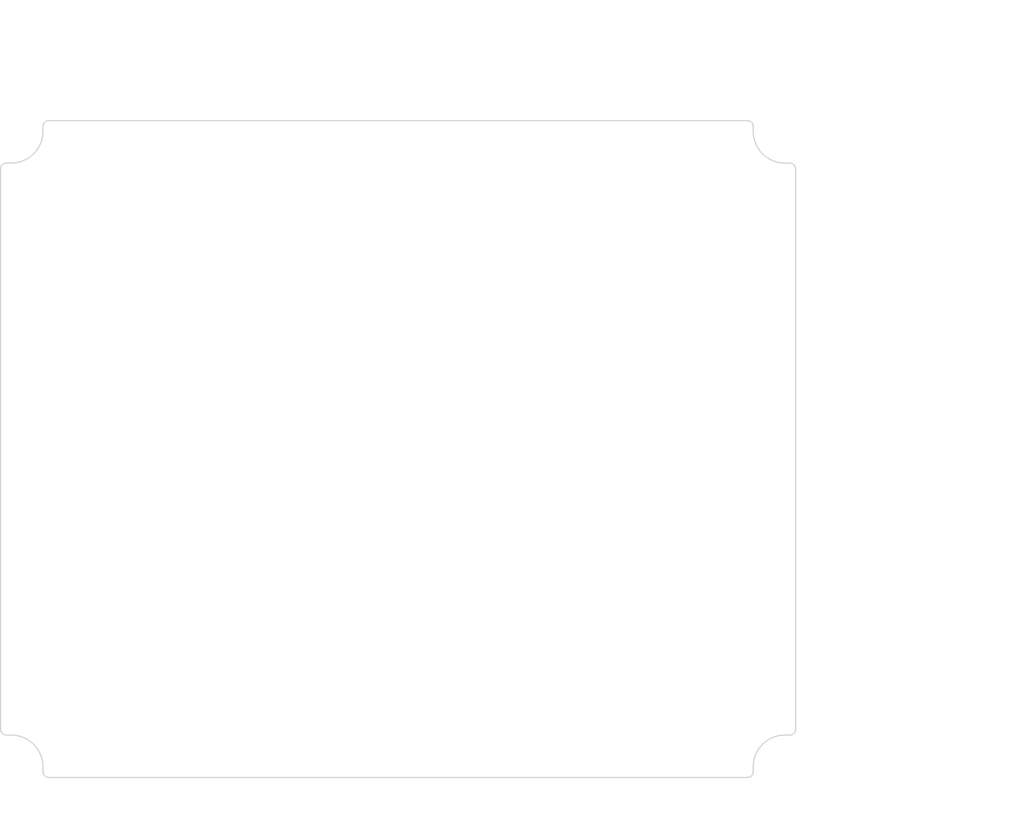
<source format=kicad_pcb>
(kicad_pcb (version 20171130) (host pcbnew "(5.1.0)-1")

  (general
    (thickness 1.6)
    (drawings 89)
    (tracks 0)
    (zones 0)
    (modules 0)
    (nets 1)
  )

  (page A4)
  (layers
    (0 F.Cu signal)
    (31 B.Cu signal)
    (32 B.Adhes user)
    (33 F.Adhes user)
    (34 B.Paste user)
    (35 F.Paste user)
    (36 B.SilkS user)
    (37 F.SilkS user)
    (38 B.Mask user)
    (39 F.Mask user)
    (40 Dwgs.User user)
    (41 Cmts.User user)
    (42 Eco1.User user)
    (43 Eco2.User user)
    (44 Edge.Cuts user)
    (45 Margin user)
    (46 B.CrtYd user)
    (47 F.CrtYd user)
    (48 B.Fab user)
    (49 F.Fab user)
  )

  (setup
    (last_trace_width 0.25)
    (trace_clearance 0.2)
    (zone_clearance 0.508)
    (zone_45_only no)
    (trace_min 0.2)
    (via_size 0.8)
    (via_drill 0.4)
    (via_min_size 0.4)
    (via_min_drill 0.3)
    (uvia_size 0.3)
    (uvia_drill 0.1)
    (uvias_allowed no)
    (uvia_min_size 0.2)
    (uvia_min_drill 0.1)
    (edge_width 0.05)
    (segment_width 0.2)
    (pcb_text_width 0.3)
    (pcb_text_size 1.5 1.5)
    (mod_edge_width 0.12)
    (mod_text_size 1 1)
    (mod_text_width 0.15)
    (pad_size 1.524 1.524)
    (pad_drill 0.762)
    (pad_to_mask_clearance 0.051)
    (solder_mask_min_width 0.25)
    (aux_axis_origin 0 0)
    (visible_elements FFFFFF7F)
    (pcbplotparams
      (layerselection 0x010fc_ffffffff)
      (usegerberextensions false)
      (usegerberattributes false)
      (usegerberadvancedattributes false)
      (creategerberjobfile false)
      (excludeedgelayer true)
      (linewidth 0.152400)
      (plotframeref false)
      (viasonmask false)
      (mode 1)
      (useauxorigin false)
      (hpglpennumber 1)
      (hpglpenspeed 20)
      (hpglpendiameter 15.000000)
      (psnegative false)
      (psa4output false)
      (plotreference true)
      (plotvalue true)
      (plotinvisibletext false)
      (padsonsilk false)
      (subtractmaskfromsilk false)
      (outputformat 1)
      (mirror false)
      (drillshape 1)
      (scaleselection 1)
      (outputdirectory ""))
  )

  (net 0 "")

  (net_class Default "This is the default net class."
    (clearance 0.2)
    (trace_width 0.25)
    (via_dia 0.8)
    (via_drill 0.4)
    (uvia_dia 0.3)
    (uvia_drill 0.1)
  )

  (gr_curve (pts (xy 69.943342 148.370586) (xy 70.218714 149.035528) (xy 70.361787 149.754898) (xy 70.361787 150.474908)) (layer Edge.Cuts) (width 0.2))
  (gr_curve (pts (xy 68.751655 146.586925) (xy 69.260513 147.095784) (xy 69.667969 147.705645) (xy 69.943342 148.370586)) (layer Edge.Cuts) (width 0.2))
  (gr_curve (pts (xy 66.967994 145.395239) (xy 67.632936 145.670611) (xy 68.242797 146.078067) (xy 68.751655 146.586925)) (layer Edge.Cuts) (width 0.2))
  (gr_curve (pts (xy 64.863672 144.976793) (xy 65.583683 144.976793) (xy 66.303053 145.119866) (xy 66.967994 145.395239)) (layer Edge.Cuts) (width 0.2))
  (gr_line (start 70.361787 150.474908) (end 70.361787 151.327136) (layer Edge.Cuts) (width 0.2))
  (gr_curve (pts (xy 70.97884 152.250712) (xy 71.099739 152.30078) (xy 71.230533 152.326793) (xy 71.361444 152.326793)) (layer Edge.Cuts) (width 0.2))
  (gr_curve (pts (xy 70.654538 152.034042) (xy 70.747058 152.126562) (xy 70.857942 152.200644) (xy 70.97884 152.250712)) (layer Edge.Cuts) (width 0.2))
  (gr_curve (pts (xy 70.437868 151.70974) (xy 70.487936 151.830638) (xy 70.562019 151.941522) (xy 70.654538 152.034042)) (layer Edge.Cuts) (width 0.2))
  (gr_curve (pts (xy 70.361787 151.327136) (xy 70.361787 151.458047) (xy 70.3878 151.588841) (xy 70.437868 151.70974)) (layer Edge.Cuts) (width 0.2))
  (gr_line (start 71.361444 152.326793) (end 192.662321 152.326793) (layer Edge.Cuts) (width 0.2))
  (gr_curve (pts (xy 193.585897 151.70974) (xy 193.635965 151.588841) (xy 193.661978 151.458047) (xy 193.661978 151.327136)) (layer Edge.Cuts) (width 0.2))
  (gr_curve (pts (xy 193.369227 152.034042) (xy 193.461746 151.941522) (xy 193.535829 151.830638) (xy 193.585897 151.70974)) (layer Edge.Cuts) (width 0.2))
  (gr_curve (pts (xy 193.044925 152.250712) (xy 193.165823 152.200644) (xy 193.276707 152.126562) (xy 193.369227 152.034042)) (layer Edge.Cuts) (width 0.2))
  (gr_curve (pts (xy 192.662321 152.326793) (xy 192.793232 152.326793) (xy 192.924026 152.30078) (xy 193.044925 152.250712)) (layer Edge.Cuts) (width 0.2))
  (gr_line (start 193.661978 151.327136) (end 193.661978 150.474908) (layer Edge.Cuts) (width 0.2))
  (gr_arc (start 199.160093 150.474908) (end 199.160093 144.976793) (angle -90) (layer Edge.Cuts) (width 0.2))
  (gr_line (start 199.160093 144.976793) (end 200.012321 144.976793) (layer Edge.Cuts) (width 0.2))
  (gr_curve (pts (xy 200.935897 144.35974) (xy 200.985965 144.238841) (xy 201.011978 144.108047) (xy 201.011978 143.977136)) (layer Edge.Cuts) (width 0.2))
  (gr_curve (pts (xy 200.719227 144.684042) (xy 200.811746 144.591522) (xy 200.885829 144.480638) (xy 200.935897 144.35974)) (layer Edge.Cuts) (width 0.2))
  (gr_curve (pts (xy 200.394925 144.900712) (xy 200.515823 144.850644) (xy 200.626707 144.776562) (xy 200.719227 144.684042)) (layer Edge.Cuts) (width 0.2))
  (gr_curve (pts (xy 200.012321 144.976793) (xy 200.143232 144.976793) (xy 200.274026 144.95078) (xy 200.394925 144.900712)) (layer Edge.Cuts) (width 0.2))
  (gr_line (start 201.011978 143.977136) (end 201.011978 46.67626) (layer Edge.Cuts) (width 0.2))
  (gr_curve (pts (xy 200.394925 45.752683) (xy 200.274026 45.702616) (xy 200.143232 45.676602) (xy 200.012321 45.676602)) (layer Edge.Cuts) (width 0.2))
  (gr_curve (pts (xy 200.719227 45.969354) (xy 200.626707 45.876834) (xy 200.515823 45.802751) (xy 200.394925 45.752683)) (layer Edge.Cuts) (width 0.2))
  (gr_curve (pts (xy 200.935897 46.293656) (xy 200.885829 46.172757) (xy 200.811746 46.061873) (xy 200.719227 45.969354)) (layer Edge.Cuts) (width 0.2))
  (gr_curve (pts (xy 201.011978 46.67626) (xy 201.011978 46.545349) (xy 200.985965 46.414554) (xy 200.935897 46.293656)) (layer Edge.Cuts) (width 0.2))
  (gr_line (start 200.012321 45.676602) (end 199.160093 45.676602) (layer Edge.Cuts) (width 0.2))
  (gr_curve (pts (xy 194.080423 42.282809) (xy 193.805051 41.617868) (xy 193.661978 40.898498) (xy 193.661978 40.178487)) (layer Edge.Cuts) (width 0.2))
  (gr_curve (pts (xy 195.27211 44.06647) (xy 194.763252 43.557612) (xy 194.355796 42.947751) (xy 194.080423 42.282809)) (layer Edge.Cuts) (width 0.2))
  (gr_curve (pts (xy 197.055771 45.258157) (xy 196.390829 44.982784) (xy 195.780968 44.575328) (xy 195.27211 44.06647)) (layer Edge.Cuts) (width 0.2))
  (gr_curve (pts (xy 199.160093 45.676602) (xy 198.440083 45.676602) (xy 197.720713 45.533529) (xy 197.055771 45.258157)) (layer Edge.Cuts) (width 0.2))
  (gr_line (start 193.661978 40.178487) (end 193.661978 39.32626) (layer Edge.Cuts) (width 0.2))
  (gr_curve (pts (xy 193.044925 38.402683) (xy 192.924026 38.352616) (xy 192.793232 38.326602) (xy 192.662321 38.326602)) (layer Edge.Cuts) (width 0.2))
  (gr_curve (pts (xy 193.369227 38.619354) (xy 193.276707 38.526834) (xy 193.165823 38.452751) (xy 193.044925 38.402683)) (layer Edge.Cuts) (width 0.2))
  (gr_curve (pts (xy 193.585897 38.943656) (xy 193.535829 38.822757) (xy 193.461746 38.711873) (xy 193.369227 38.619354)) (layer Edge.Cuts) (width 0.2))
  (gr_curve (pts (xy 193.661978 39.32626) (xy 193.661978 39.195349) (xy 193.635965 39.064554) (xy 193.585897 38.943656)) (layer Edge.Cuts) (width 0.2))
  (gr_line (start 192.662321 38.326602) (end 71.361444 38.326602) (layer Edge.Cuts) (width 0.2))
  (gr_curve (pts (xy 70.437868 38.943656) (xy 70.3878 39.064554) (xy 70.361787 39.195349) (xy 70.361787 39.32626)) (layer Edge.Cuts) (width 0.2))
  (gr_curve (pts (xy 70.654538 38.619354) (xy 70.562019 38.711873) (xy 70.487936 38.822757) (xy 70.437868 38.943656)) (layer Edge.Cuts) (width 0.2))
  (gr_curve (pts (xy 70.97884 38.402683) (xy 70.857942 38.452751) (xy 70.747058 38.526834) (xy 70.654538 38.619354)) (layer Edge.Cuts) (width 0.2))
  (gr_curve (pts (xy 71.361444 38.326602) (xy 71.230533 38.326602) (xy 71.099739 38.352616) (xy 70.97884 38.402683)) (layer Edge.Cuts) (width 0.2))
  (gr_line (start 70.361787 39.32626) (end 70.361787 40.178487) (layer Edge.Cuts) (width 0.2))
  (gr_curve (pts (xy 66.967994 45.258157) (xy 66.303053 45.533529) (xy 65.583683 45.676602) (xy 64.863672 45.676602)) (layer Edge.Cuts) (width 0.2))
  (gr_curve (pts (xy 68.751655 44.06647) (xy 68.242797 44.575328) (xy 67.632936 44.982784) (xy 66.967994 45.258157)) (layer Edge.Cuts) (width 0.2))
  (gr_curve (pts (xy 69.943342 42.282809) (xy 69.667969 42.947751) (xy 69.260513 43.557612) (xy 68.751655 44.06647)) (layer Edge.Cuts) (width 0.2))
  (gr_curve (pts (xy 70.361787 40.178487) (xy 70.361787 40.898498) (xy 70.218714 41.617868) (xy 69.943342 42.282809)) (layer Edge.Cuts) (width 0.2))
  (gr_line (start 64.863672 45.676602) (end 64.011444 45.676602) (layer Edge.Cuts) (width 0.2))
  (gr_curve (pts (xy 63.087868 46.293656) (xy 63.0378 46.414554) (xy 63.011787 46.545349) (xy 63.011787 46.67626)) (layer Edge.Cuts) (width 0.2))
  (gr_curve (pts (xy 63.304538 45.969354) (xy 63.212019 46.061873) (xy 63.137936 46.172757) (xy 63.087868 46.293656)) (layer Edge.Cuts) (width 0.2))
  (gr_curve (pts (xy 63.62884 45.752683) (xy 63.507942 45.802751) (xy 63.397058 45.876834) (xy 63.304538 45.969354)) (layer Edge.Cuts) (width 0.2))
  (gr_curve (pts (xy 64.011444 45.676602) (xy 63.880533 45.676602) (xy 63.749739 45.702616) (xy 63.62884 45.752683)) (layer Edge.Cuts) (width 0.2))
  (gr_line (start 63.011787 46.67626) (end 63.011787 143.977136) (layer Edge.Cuts) (width 0.2))
  (gr_curve (pts (xy 63.62884 144.900712) (xy 63.749739 144.95078) (xy 63.880533 144.976793) (xy 64.011444 144.976793)) (layer Edge.Cuts) (width 0.2))
  (gr_curve (pts (xy 63.304538 144.684042) (xy 63.397058 144.776562) (xy 63.507942 144.850644) (xy 63.62884 144.900712)) (layer Edge.Cuts) (width 0.2))
  (gr_curve (pts (xy 63.087868 144.35974) (xy 63.137936 144.480638) (xy 63.212019 144.591522) (xy 63.304538 144.684042)) (layer Edge.Cuts) (width 0.2))
  (gr_curve (pts (xy 63.011787 143.977136) (xy 63.011787 144.108047) (xy 63.0378 144.238841) (xy 63.087868 144.35974)) (layer Edge.Cuts) (width 0.2))
  (gr_line (start 64.011444 144.976793) (end 64.863672 144.976793) (layer Edge.Cuts) (width 0.2))
  (gr_text [R0.22] (at 187.866405 144.181848) (layer Dwgs.User)
    (effects (font (size 1.7 1.53) (thickness 0.2125)))
  )
  (gr_text " R5.50" (at 187.866405 140.624413) (layer Dwgs.User)
    (effects (font (size 1.7 1.53) (thickness 0.2125)))
  )
  (gr_line (start 194.337176 142.292387) (end 195.352728 144.015365) (layer Dwgs.User) (width 0.2))
  (gr_line (start 192.337176 142.292387) (end 194.337176 142.292387) (layer Dwgs.User) (width 0.2))
  (gr_text [4.85] (at 78.999652 34.543589) (layer Dwgs.User)
    (effects (font (size 1.7 1.53) (thickness 0.2125)))
  )
  (gr_text " 123.30" (at 78.999652 30.985574) (layer Dwgs.User)
    (effects (font (size 1.7 1.53) (thickness 0.2125)))
  )
  (gr_line (start 191.661978 32.654128) (end 83.704666 32.654128) (layer Dwgs.User) (width 0.2))
  (gr_line (start 72.361787 32.654128) (end 74.294638 32.654128) (layer Dwgs.User) (width 0.2))
  (gr_line (start 193.661978 39.178487) (end 193.661978 29.479128) (layer Dwgs.User) (width 0.2))
  (gr_line (start 70.361787 39.178487) (end 70.361787 29.479128) (layer Dwgs.User) (width 0.2))
  (gr_text [3.91] (at 217.59295 129.869574) (layer Dwgs.User)
    (effects (font (size 1.7 1.53) (thickness 0.2125)))
  )
  (gr_text " 99.30" (at 217.59295 126.311559) (layer Dwgs.User)
    (effects (font (size 1.7 1.53) (thickness 0.2125)))
  )
  (gr_line (start 217.59295 47.676602) (end 217.59295 124.422098) (layer Dwgs.User) (width 0.2))
  (gr_line (start 217.59295 142.976793) (end 217.59295 131.538128) (layer Dwgs.User) (width 0.2))
  (gr_line (start 201.012321 45.676602) (end 220.76795 45.676602) (layer Dwgs.User) (width 0.2))
  (gr_line (start 200.160093 144.976793) (end 220.76795 144.976793) (layer Dwgs.User) (width 0.2))
  (gr_text [4.49] (at 235.920113 108.09978) (layer Dwgs.User)
    (effects (font (size 1.7 1.53) (thickness 0.2125)))
  )
  (gr_text " 114.00" (at 235.920113 104.542345) (layer Dwgs.User)
    (effects (font (size 1.7 1.53) (thickness 0.2125)))
  )
  (gr_line (start 235.920113 40.326602) (end 235.920113 102.652884) (layer Dwgs.User) (width 0.2))
  (gr_line (start 235.920113 150.326793) (end 235.920113 109.767755) (layer Dwgs.User) (width 0.2))
  (gr_line (start 193.662321 38.326602) (end 239.095113 38.326602) (layer Dwgs.User) (width 0.2))
  (gr_line (start 193.662321 152.326793) (end 239.095113 152.326793) (layer Dwgs.User) (width 0.2))
  (gr_text [5.43] (at 145.447174 22.539408) (layer Dwgs.User)
    (effects (font (size 1.7 1.53) (thickness 0.2125)))
  )
  (gr_text " 138.00" (at 145.447174 18.981393) (layer Dwgs.User)
    (effects (font (size 1.7 1.53) (thickness 0.2125)))
  )
  (gr_line (start 65.011787 20.649947) (end 140.74216 20.649947) (layer Dwgs.User) (width 0.2))
  (gr_line (start 199.011978 20.649947) (end 150.152187 20.649947) (layer Dwgs.User) (width 0.2))
  (gr_line (start 63.011787 45.67626) (end 63.011787 17.474947) (layer Dwgs.User) (width 0.2))
  (gr_line (start 201.011978 45.67626) (end 201.011978 17.474947) (layer Dwgs.User) (width 0.2))
  (gr_text [R0.04] (at 203.84804 161.672697) (layer Dwgs.User)
    (effects (font (size 1.7 1.53) (thickness 0.2125)))
  )
  (gr_text " R1.00" (at 203.84804 158.115262) (layer Dwgs.User)
    (effects (font (size 1.7 1.53) (thickness 0.2125)))
  )
  (gr_line (start 197.377269 159.783236) (end 194.123185 153.947077) (layer Dwgs.User) (width 0.2))
  (gr_line (start 199.377269 159.783236) (end 197.377269 159.783236) (layer Dwgs.User) (width 0.2))

)

</source>
